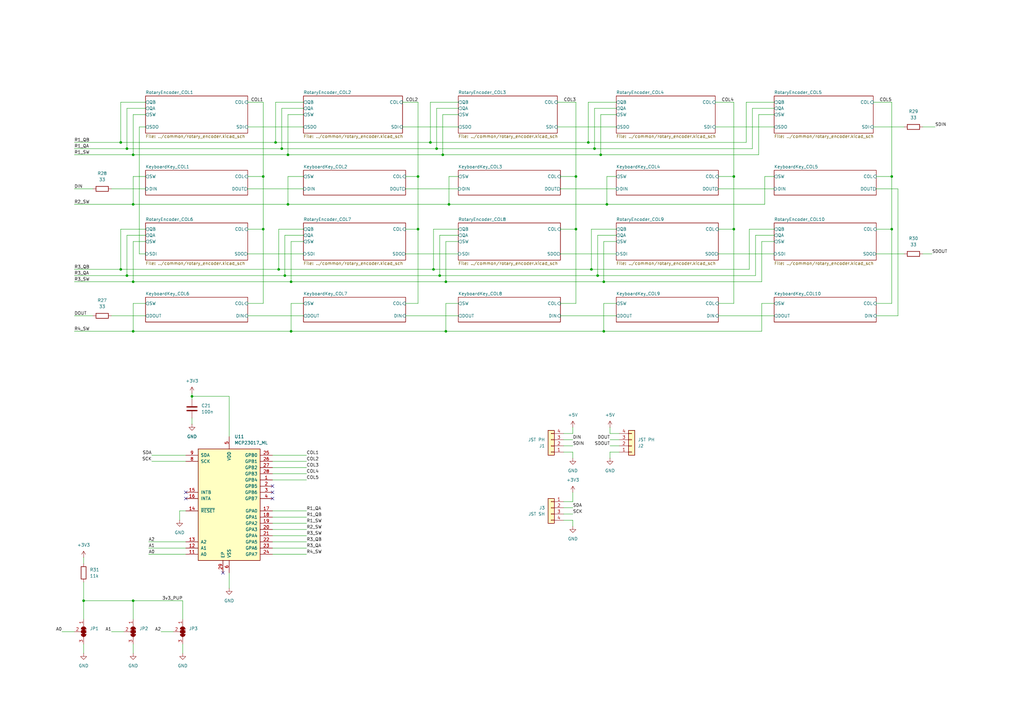
<source format=kicad_sch>
(kicad_sch (version 20231120) (generator "eeschema") (generator_version "8.0")
  (paper "A3")
  (lib_symbols
    (symbol "Connector_Generic:Conn_01x04" (pin_names (offset 1.016) hide)
      (property "Reference" "J" (at 0 5.08 0))
      (property "Value" "Conn_01x04" (at 0 -7.62 0))
      (symbol "Conn_01x04_1_1"
        (rectangle (start -1.27 -4.953) (end 0 -5.207) (stroke (width 0.1524)))
        (rectangle (start -1.27 -2.413) (end 0 -2.667) (stroke (width 0.1524)))
        (rectangle (start -1.27 0.127) (end 0 -0.127) (stroke (width 0.1524)))
        (rectangle (start -1.27 2.667) (end 0 2.413) (stroke (width 0.1524)))
        (rectangle (start -1.27 3.81) (end 1.27 -6.35) (stroke (width 0.254)) (fill (type background)))
        (pin passive line (at -5.08 2.54 0) (length 3.81) (name "Pin_1") (number "1"))
        (pin passive line (at -5.08 0 0) (length 3.81) (name "Pin_2") (number "2"))
        (pin passive line (at -5.08 -2.54 0) (length 3.81) (name "Pin_3") (number "3"))
        (pin passive line (at -5.08 -5.08 0) (length 3.81) (name "Pin_4") (number "4"))
      )
    )
    (symbol "Device:C" (pin_numbers hide) (pin_names (offset 0.254))
      (property "Reference" "C" (at 0.635 2.54 0))
      (property "Value" "C" (at 0.635 -2.54 0))
      (symbol "C_0_1"
        (polyline (pts (xy -2.032 -0.762) (xy 2.032 -0.762)) (stroke (width 0.508)))
        (polyline (pts (xy -2.032 0.762) (xy 2.032 0.762)) (stroke (width 0.508)))
      )
      (symbol "C_1_1"
        (pin passive line (at 0 3.81 270) (length 2.794) (name "~") (number "1"))
        (pin passive line (at 0 -3.81 90) (length 2.794) (name "~") (number "2"))
      )
    )
    (symbol "Device:R" (pin_numbers hide) (pin_names (offset 0))
      (property "Reference" "R" (at 2.032 0 90))
      (property "Value" "R" (at 0 0 90))
      (symbol "R_0_1"
        (rectangle (start -1.016 -2.54) (end 1.016 2.54) (stroke (width 0.254)))
      )
      (symbol "R_1_1"
        (pin passive line (at 0 3.81 270) (length 1.27) (name "~") (number "1"))
        (pin passive line (at 0 -3.81 90) (length 1.27) (name "~") (number "2"))
      )
    )
    (symbol "Interface_Expansion:MCP23017_ML" (pin_names (offset 1.016))
      (property "Reference" "U" (at -11.43 24.13 0))
      (property "Value" "MCP23017_ML" (at 0 0 0))
      (symbol "MCP23017_ML_0_1"
        (rectangle (start -12.7 22.86) (end 12.7 -22.86) (stroke (width 0.254)) (fill (type background)))
      )
      (symbol "MCP23017_ML_1_1"
        (pin bidirectional line (at 17.78 10.16 180) (length 5.08) (name "GPB4") (number "1"))
        (pin no_connect line (at -12.7 12.7 0) (length 5.08) hide (name "NC") (number "10"))
        (pin input line (at -17.78 -20.32 0) (length 5.08) (name "A0") (number "11"))
        (pin input line (at -17.78 -17.78 0) (length 5.08) (name "A1") (number "12"))
        (pin input line (at -17.78 -15.24 0) (length 5.08) (name "A2") (number "13"))
        (pin input line (at -17.78 -2.54 0) (length 5.08) (name "~{RESET}") (number "14"))
        (pin tri_state line (at -17.78 5.08 0) (length 5.08) (name "INTB") (number "15"))
        (pin tri_state line (at -17.78 2.54 0) (length 5.08) (name "INTA") (number "16"))
        (pin bidirectional line (at 17.78 -2.54 180) (length 5.08) (name "GPA0") (number "17"))
        (pin bidirectional line (at 17.78 -5.08 180) (length 5.08) (name "GPA1") (number "18"))
        (pin bidirectional line (at 17.78 -7.62 180) (length 5.08) (name "GPA2") (number "19"))
        (pin bidirectional line (at 17.78 7.62 180) (length 5.08) (name "GPB5") (number "2"))
        (pin bidirectional line (at 17.78 -10.16 180) (length 5.08) (name "GPA3") (number "20"))
        (pin bidirectional line (at 17.78 -12.7 180) (length 5.08) (name "GPA4") (number "21"))
        (pin bidirectional line (at 17.78 -15.24 180) (length 5.08) (name "GPA5") (number "22"))
        (pin bidirectional line (at 17.78 -17.78 180) (length 5.08) (name "GPA6") (number "23"))
        (pin bidirectional line (at 17.78 -20.32 180) (length 5.08) (name "GPA7") (number "24"))
        (pin bidirectional line (at 17.78 20.32 180) (length 5.08) (name "GPB0") (number "25"))
        (pin bidirectional line (at 17.78 17.78 180) (length 5.08) (name "GPB1") (number "26"))
        (pin bidirectional line (at 17.78 15.24 180) (length 5.08) (name "GPB2") (number "27"))
        (pin bidirectional line (at 17.78 12.7 180) (length 5.08) (name "GPB3") (number "28"))
        (pin passive line (at -2.54 -27.94 90) (length 5.08) (name "EP") (number "29"))
        (pin bidirectional line (at 17.78 5.08 180) (length 5.08) (name "GPB6") (number "3"))
        (pin bidirectional line (at 17.78 2.54 180) (length 5.08) (name "GPB7") (number "4"))
        (pin power_in line (at 0 27.94 270) (length 5.08) (name "VDD") (number "5"))
        (pin power_in line (at 0 -27.94 90) (length 5.08) (name "VSS") (number "6"))
        (pin no_connect line (at -12.7 15.24 0) (length 5.08) hide (name "NC") (number "7"))
        (pin input line (at -17.78 17.78 0) (length 5.08) (name "SCK") (number "8"))
        (pin bidirectional line (at -17.78 20.32 0) (length 5.08) (name "SDA") (number "9"))
      )
    )
    (symbol "Jumper:SolderJumper_3_Bridged123" (pin_names (offset 0) hide)
      (property "Reference" "JP" (at -2.54 -2.54 0))
      (property "Value" "SolderJumper_3_Bridged123" (at 0 2.794 0))
      (symbol "SolderJumper_3_Bridged123_0_1"
        (rectangle (start -1.016 0.508) (end -0.508 -0.508) (fill (type outline)))
        (arc (start -1.016 1.016) (mid -2.0276 0) (end -1.016 -1.016))
        (arc (start -1.016 1.016) (mid -2.0276 0) (end -1.016 -1.016) (fill (type outline)))
        (rectangle (start -0.508 1.016) (end 0.508 -1.016) (fill (type outline)))
        (polyline (pts (xy -2.54 0) (xy -2.032 0)))
        (polyline (pts (xy -1.016 1.016) (xy -1.016 -1.016)))
        (polyline (pts (xy 0 -1.27) (xy 0 -1.016)))
        (polyline (pts (xy 1.016 1.016) (xy 1.016 -1.016)))
        (polyline (pts (xy 2.54 0) (xy 2.032 0)))
        (rectangle (start 0.508 0.508) (end 1.016 -0.508) (fill (type outline)))
        (arc (start 1.016 -1.016) (mid 2.0276 0) (end 1.016 1.016))
        (arc (start 1.016 -1.016) (mid 2.0276 0) (end 1.016 1.016) (fill (type outline)))
      )
      (symbol "SolderJumper_3_Bridged123_1_1"
        (pin passive line (at -5.08 0 0) (length 2.54) (name "A") (number "1"))
        (pin passive line (at 0 -3.81 90) (length 2.54) (name "C") (number "2"))
        (pin passive line (at 5.08 0 180) (length 2.54) (name "B") (number "3"))
      )
    )
    (symbol "power:+3V3" (power) (pin_numbers hide) (pin_names (offset 0) hide)
      (property "Value" "+3V3" (at 0 3.556 0))
      (symbol "+3V3_0_1"
        (polyline (pts (xy -0.762 1.27) (xy 0 2.54)))
        (polyline (pts (xy 0 0) (xy 0 2.54)))
        (polyline (pts (xy 0 2.54) (xy 0.762 1.27)))
      )
      (symbol "+3V3_1_1"
        (pin power_in line (at 0 0 90) (length 0) (name "~") (number "1"))
      )
    )
    (symbol "power:+5V" (power) (pin_numbers hide) (pin_names (offset 0) hide)
      (property "Value" "+5V" (at 0 3.556 0))
      (symbol "+5V_0_1"
        (polyline (pts (xy -0.762 1.27) (xy 0 2.54)))
        (polyline (pts (xy 0 0) (xy 0 2.54)))
        (polyline (pts (xy 0 2.54) (xy 0.762 1.27)))
      )
      (symbol "+5V_1_1"
        (pin power_in line (at 0 0 90) (length 0) (name "~") (number "1"))
      )
    )
    (symbol "power:GND" (power) (pin_numbers hide) (pin_names (offset 0) hide)
      (property "Value" "GND" (at 0 -3.81 0))
      (symbol "GND_0_1"
        (polyline (pts (xy 0 0) (xy 0 -1.27) (xy 1.27 -1.27) (xy 0 -2.54) (xy -1.27 -1.27) (xy 0 -1.27)))
      )
      (symbol "GND_1_1"
        (pin power_in line (at 0 0 270) (length 0) (name "~") (number "1"))
      )
    )
  )
  (junction (at 247.65 135.89))
  (junction (at 184.15 83.82))
  (junction (at 54.61 63.5))
  (junction (at 177.8 110.49))
  (junction (at 116.84 113.03))
  (junction (at 365.76 72.39))
  (junction (at 236.22 72.39))
  (junction (at 54.61 135.89))
  (junction (at 107.95 93.98))
  (junction (at 171.45 93.98))
  (junction (at 119.38 115.57))
  (junction (at 182.88 115.57))
  (junction (at 245.11 113.03))
  (junction (at 114.3 110.49))
  (junction (at 107.95 72.39))
  (junction (at 246.38 63.5))
  (junction (at 49.53 58.42))
  (junction (at 241.3 58.42))
  (junction (at 243.84 60.96))
  (junction (at 54.61 246.38))
  (junction (at 236.22 93.98))
  (junction (at 118.11 63.5))
  (junction (at 182.88 135.89))
  (junction (at 242.57 110.49))
  (junction (at 115.57 60.96))
  (junction (at 78.74 162.56))
  (junction (at 52.07 60.96))
  (junction (at 34.29 246.38))
  (junction (at 365.76 93.98))
  (junction (at 171.45 72.39))
  (junction (at 54.61 83.82))
  (junction (at 52.07 113.03))
  (junction (at 49.53 110.49))
  (junction (at 118.11 83.82))
  (junction (at 181.61 63.5))
  (junction (at 247.65 115.57))
  (junction (at 179.07 60.96))
  (junction (at 300.99 72.39))
  (junction (at 248.92 83.82))
  (junction (at 300.99 93.98))
  (junction (at 54.61 115.57))
  (junction (at 180.34 113.03))
  (junction (at 119.38 135.89))
  (junction (at 176.53 58.42))
  (junction (at 113.03 58.42))
  (no_connect (at 111.76 201.93))
  (no_connect (at 111.76 204.47))
  (no_connect (at 111.76 199.39))
  (no_connect (at 76.2 201.93))
  (no_connect (at 91.44 234.95))
  (no_connect (at 76.2 204.47))
  (wire (pts (xy 93.98 162.56) (xy 93.98 179.07)))
  (wire (pts (xy 111.76 196.85) (xy 125.73 196.85)))
  (wire (pts (xy 34.29 264.16) (xy 34.29 267.97)))
  (wire (pts (xy 78.74 162.56) (xy 93.98 162.56)))
  (wire (pts (xy 111.76 191.77) (xy 125.73 191.77)))
  (wire (pts (xy 182.88 99.06) (xy 182.88 115.57)))
  (wire (pts (xy 252.73 46.99) (xy 246.38 46.99)))
  (wire (pts (xy 300.99 72.39) (xy 300.99 93.98)))
  (wire (pts (xy 124.46 96.52) (xy 116.84 96.52)))
  (wire (pts (xy 52.07 44.45) (xy 52.07 60.96)))
  (wire (pts (xy 49.53 110.49) (xy 114.3 110.49)))
  (wire (pts (xy 30.48 83.82) (xy 54.61 83.82)))
  (wire (pts (xy 166.37 104.14) (xy 187.96 104.14)))
  (wire (pts (xy 74.93 264.16) (xy 74.93 267.97)))
  (wire (pts (xy 52.07 60.96) (xy 115.57 60.96)))
  (wire (pts (xy 306.07 41.91) (xy 317.5 41.91)))
  (wire (pts (xy 250.19 187.96) (xy 250.19 185.42)))
  (wire (pts (xy 247.65 124.46) (xy 247.65 135.89)))
  (wire (pts (xy 54.61 72.39) (xy 54.61 83.82)))
  (wire (pts (xy 236.22 72.39) (xy 236.22 41.91)))
  (wire (pts (xy 176.53 58.42) (xy 176.53 41.91)))
  (wire (pts (xy 107.95 93.98) (xy 107.95 124.46)))
  (wire (pts (xy 176.53 58.42) (xy 241.3 58.42)))
  (wire (pts (xy 365.76 93.98) (xy 365.76 124.46)))
  (wire (pts (xy 45.72 77.47) (xy 59.69 77.47)))
  (wire (pts (xy 368.3 77.47) (xy 368.3 129.54)))
  (wire (pts (xy 236.22 93.98) (xy 229.87 93.98)))
  (wire (pts (xy 317.5 44.45) (xy 308.61 44.45)))
  (wire (pts (xy 30.48 60.96) (xy 52.07 60.96)))
  (wire (pts (xy 365.76 93.98) (xy 359.41 93.98)))
  (wire (pts (xy 115.57 44.45) (xy 115.57 60.96)))
  (wire (pts (xy 293.37 41.91) (xy 300.99 41.91)))
  (wire (pts (xy 107.95 41.91) (xy 101.6 41.91)))
  (wire (pts (xy 101.6 72.39) (xy 107.95 72.39)))
  (wire (pts (xy 171.45 72.39) (xy 171.45 93.98)))
  (wire (pts (xy 228.6 41.91) (xy 236.22 41.91)))
  (wire (pts (xy 118.11 46.99) (xy 118.11 63.5)))
  (wire (pts (xy 187.96 93.98) (xy 177.8 93.98)))
  (wire (pts (xy 245.11 113.03) (xy 309.88 113.03)))
  (wire (pts (xy 101.6 129.54) (xy 124.46 129.54)))
  (wire (pts (xy 30.48 110.49) (xy 49.53 110.49)))
  (wire (pts (xy 300.99 93.98) (xy 294.64 93.98)))
  (wire (pts (xy 54.61 115.57) (xy 119.38 115.57)))
  (wire (pts (xy 124.46 93.98) (xy 114.3 93.98)))
  (wire (pts (xy 250.19 177.8) (xy 254 177.8)))
  (wire (pts (xy 30.48 135.89) (xy 54.61 135.89)))
  (wire (pts (xy 181.61 63.5) (xy 246.38 63.5)))
  (wire (pts (xy 57.15 52.07) (xy 57.15 104.14)))
  (wire (pts (xy 113.03 41.91) (xy 124.46 41.91)))
  (wire (pts (xy 378.46 104.14) (xy 382.27 104.14)))
  (wire (pts (xy 54.61 124.46) (xy 54.61 135.89)))
  (wire (pts (xy 54.61 135.89) (xy 119.38 135.89)))
  (wire (pts (xy 242.57 110.49) (xy 307.34 110.49)))
  (wire (pts (xy 359.41 104.14) (xy 370.84 104.14)))
  (wire (pts (xy 107.95 72.39) (xy 107.95 93.98)))
  (wire (pts (xy 309.88 96.52) (xy 309.88 113.03)))
  (wire (pts (xy 124.46 44.45) (xy 115.57 44.45)))
  (wire (pts (xy 124.46 124.46) (xy 119.38 124.46)))
  (wire (pts (xy 241.3 41.91) (xy 252.73 41.91)))
  (wire (pts (xy 107.95 93.98) (xy 101.6 93.98)))
  (wire (pts (xy 59.69 124.46) (xy 54.61 124.46)))
  (wire (pts (xy 312.42 124.46) (xy 312.42 135.89)))
  (wire (pts (xy 187.96 44.45) (xy 179.07 44.45)))
  (wire (pts (xy 252.73 99.06) (xy 247.65 99.06)))
  (wire (pts (xy 166.37 129.54) (xy 187.96 129.54)))
  (wire (pts (xy 34.29 246.38) (xy 54.61 246.38)))
  (wire (pts (xy 229.87 77.47) (xy 252.73 77.47)))
  (wire (pts (xy 60.96 227.33) (xy 76.2 227.33)))
  (wire (pts (xy 187.96 124.46) (xy 182.88 124.46)))
  (wire (pts (xy 293.37 52.07) (xy 317.5 52.07)))
  (wire (pts (xy 30.48 63.5) (xy 54.61 63.5)))
  (wire (pts (xy 229.87 104.14) (xy 252.73 104.14)))
  (wire (pts (xy 119.38 135.89) (xy 182.88 135.89)))
  (wire (pts (xy 30.48 115.57) (xy 54.61 115.57)))
  (wire (pts (xy 111.76 209.55) (xy 125.73 209.55)))
  (wire (pts (xy 52.07 96.52) (xy 52.07 113.03)))
  (wire (pts (xy 365.76 72.39) (xy 365.76 41.91)))
  (wire (pts (xy 294.64 77.47) (xy 317.5 77.47)))
  (wire (pts (xy 177.8 110.49) (xy 242.57 110.49)))
  (wire (pts (xy 111.76 222.25) (xy 125.73 222.25)))
  (wire (pts (xy 76.2 189.23) (xy 62.23 189.23)))
  (wire (pts (xy 180.34 113.03) (xy 245.11 113.03)))
  (wire (pts (xy 52.07 113.03) (xy 116.84 113.03)))
  (wire (pts (xy 59.69 44.45) (xy 52.07 44.45)))
  (wire (pts (xy 308.61 44.45) (xy 308.61 60.96)))
  (wire (pts (xy 359.41 77.47) (xy 368.3 77.47)))
  (wire (pts (xy 30.48 113.03) (xy 52.07 113.03)))
  (wire (pts (xy 234.95 177.8) (xy 231.14 177.8)))
  (wire (pts (xy 358.14 41.91) (xy 365.76 41.91)))
  (wire (pts (xy 165.1 41.91) (xy 171.45 41.91)))
  (wire (pts (xy 250.19 175.26) (xy 250.19 177.8)))
  (wire (pts (xy 171.45 124.46) (xy 166.37 124.46)))
  (wire (pts (xy 365.76 72.39) (xy 365.76 93.98)))
  (wire (pts (xy 378.46 52.07) (xy 383.54 52.07)))
  (wire (pts (xy 229.87 129.54) (xy 252.73 129.54)))
  (wire (pts (xy 49.53 41.91) (xy 49.53 58.42)))
  (wire (pts (xy 313.69 72.39) (xy 317.5 72.39)))
  (wire (pts (xy 101.6 104.14) (xy 124.46 104.14)))
  (wire (pts (xy 229.87 72.39) (xy 236.22 72.39)))
  (wire (pts (xy 113.03 58.42) (xy 176.53 58.42)))
  (wire (pts (xy 59.69 41.91) (xy 49.53 41.91)))
  (wire (pts (xy 116.84 113.03) (xy 180.34 113.03)))
  (wire (pts (xy 358.14 52.07) (xy 370.84 52.07)))
  (wire (pts (xy 246.38 63.5) (xy 311.15 63.5)))
  (wire (pts (xy 368.3 129.54) (xy 359.41 129.54)))
  (wire (pts (xy 124.46 46.99) (xy 118.11 46.99)))
  (wire (pts (xy 78.74 162.56) (xy 78.74 163.83)))
  (wire (pts (xy 59.69 52.07) (xy 57.15 52.07)))
  (wire (pts (xy 312.42 99.06) (xy 312.42 115.57)))
  (wire (pts (xy 111.76 189.23) (xy 125.73 189.23)))
  (wire (pts (xy 54.61 246.38) (xy 74.93 246.38)))
  (wire (pts (xy 248.92 83.82) (xy 248.92 72.39)))
  (wire (pts (xy 359.41 72.39) (xy 365.76 72.39)))
  (wire (pts (xy 119.38 115.57) (xy 182.88 115.57)))
  (wire (pts (xy 243.84 60.96) (xy 308.61 60.96)))
  (wire (pts (xy 118.11 63.5) (xy 181.61 63.5)))
  (wire (pts (xy 176.53 41.91) (xy 187.96 41.91)))
  (wire (pts (xy 306.07 41.91) (xy 306.07 58.42)))
  (wire (pts (xy 182.88 115.57) (xy 247.65 115.57)))
  (wire (pts (xy 119.38 99.06) (xy 119.38 115.57)))
  (wire (pts (xy 231.14 205.74) (xy 234.95 205.74)))
  (wire (pts (xy 313.69 83.82) (xy 313.69 72.39)))
  (wire (pts (xy 250.19 180.34) (xy 254 180.34)))
  (wire (pts (xy 311.15 63.5) (xy 311.15 46.99)))
  (wire (pts (xy 74.93 246.38) (xy 74.93 254)))
  (wire (pts (xy 59.69 46.99) (xy 54.61 46.99)))
  (wire (pts (xy 246.38 63.5) (xy 246.38 46.99)))
  (wire (pts (xy 34.29 228.6) (xy 34.29 231.14)))
  (wire (pts (xy 247.65 135.89) (xy 312.42 135.89)))
  (wire (pts (xy 101.6 124.46) (xy 107.95 124.46)))
  (wire (pts (xy 181.61 63.5) (xy 181.61 46.99)))
  (wire (pts (xy 30.48 77.47) (xy 38.1 77.47)))
  (wire (pts (xy 234.95 175.26) (xy 234.95 177.8)))
  (wire (pts (xy 184.15 72.39) (xy 187.96 72.39)))
  (wire (pts (xy 111.76 212.09) (xy 125.73 212.09)))
  (wire (pts (xy 93.98 234.95) (xy 93.98 241.3)))
  (wire (pts (xy 242.57 93.98) (xy 242.57 110.49)))
  (wire (pts (xy 252.73 44.45) (xy 243.84 44.45)))
  (wire (pts (xy 236.22 72.39) (xy 236.22 93.98)))
  (wire (pts (xy 45.72 259.08) (xy 50.8 259.08)))
  (wire (pts (xy 294.64 72.39) (xy 300.99 72.39)))
  (wire (pts (xy 317.5 46.99) (xy 311.15 46.99)))
  (wire (pts (xy 59.69 72.39) (xy 54.61 72.39)))
  (wire (pts (xy 60.96 222.25) (xy 76.2 222.25)))
  (wire (pts (xy 179.07 60.96) (xy 243.84 60.96)))
  (wire (pts (xy 177.8 93.98) (xy 177.8 110.49)))
  (wire (pts (xy 228.6 52.07) (xy 252.73 52.07)))
  (wire (pts (xy 124.46 72.39) (xy 118.11 72.39)))
  (wire (pts (xy 184.15 83.82) (xy 184.15 72.39)))
  (wire (pts (xy 111.76 217.17) (xy 125.73 217.17)))
  (wire (pts (xy 111.76 224.79) (xy 125.73 224.79)))
  (wire (pts (xy 365.76 124.46) (xy 359.41 124.46)))
  (wire (pts (xy 317.5 93.98) (xy 307.34 93.98)))
  (wire (pts (xy 171.45 93.98) (xy 166.37 93.98)))
  (wire (pts (xy 60.96 224.79) (xy 76.2 224.79)))
  (wire (pts (xy 34.29 246.38) (xy 34.29 254)))
  (wire (pts (xy 300.99 72.39) (xy 300.99 41.91)))
  (wire (pts (xy 49.53 93.98) (xy 49.53 110.49)))
  (wire (pts (xy 49.53 58.42) (xy 113.03 58.42)))
  (wire (pts (xy 124.46 99.06) (xy 119.38 99.06)))
  (wire (pts (xy 111.76 194.31) (xy 125.73 194.31)))
  (wire (pts (xy 118.11 83.82) (xy 184.15 83.82)))
  (wire (pts (xy 317.5 124.46) (xy 312.42 124.46)))
  (wire (pts (xy 54.61 99.06) (xy 54.61 115.57)))
  (wire (pts (xy 118.11 83.82) (xy 54.61 83.82)))
  (wire (pts (xy 294.64 129.54) (xy 317.5 129.54)))
  (wire (pts (xy 171.45 72.39) (xy 171.45 41.91)))
  (wire (pts (xy 234.95 180.34) (xy 231.14 180.34)))
  (wire (pts (xy 236.22 93.98) (xy 236.22 124.46)))
  (wire (pts (xy 111.76 219.71) (xy 125.73 219.71)))
  (wire (pts (xy 101.6 77.47) (xy 124.46 77.47)))
  (wire (pts (xy 252.73 93.98) (xy 242.57 93.98)))
  (wire (pts (xy 179.07 60.96) (xy 115.57 60.96)))
  (wire (pts (xy 59.69 93.98) (xy 49.53 93.98)))
  (wire (pts (xy 171.45 93.98) (xy 171.45 124.46)))
  (wire (pts (xy 111.76 227.33) (xy 125.73 227.33)))
  (wire (pts (xy 243.84 44.45) (xy 243.84 60.96)))
  (wire (pts (xy 294.64 104.14) (xy 317.5 104.14)))
  (wire (pts (xy 300.99 93.98) (xy 300.99 124.46)))
  (wire (pts (xy 30.48 129.54) (xy 38.1 129.54)))
  (wire (pts (xy 300.99 124.46) (xy 294.64 124.46)))
  (wire (pts (xy 59.69 96.52) (xy 52.07 96.52)))
  (wire (pts (xy 317.5 96.52) (xy 309.88 96.52)))
  (wire (pts (xy 66.04 259.08) (xy 71.12 259.08)))
  (wire (pts (xy 248.92 72.39) (xy 252.73 72.39)))
  (wire (pts (xy 114.3 93.98) (xy 114.3 110.49)))
  (wire (pts (xy 166.37 77.47) (xy 187.96 77.47)))
  (wire (pts (xy 182.88 124.46) (xy 182.88 135.89)))
  (wire (pts (xy 78.74 161.29) (xy 78.74 162.56)))
  (wire (pts (xy 187.96 46.99) (xy 181.61 46.99)))
  (wire (pts (xy 247.65 115.57) (xy 312.42 115.57)))
  (wire (pts (xy 113.03 58.42) (xy 113.03 41.91)))
  (wire (pts (xy 252.73 124.46) (xy 247.65 124.46)))
  (wire (pts (xy 317.5 99.06) (xy 312.42 99.06)))
  (wire (pts (xy 107.95 72.39) (xy 107.95 41.91)))
  (wire (pts (xy 73.66 213.36) (xy 73.66 209.55)))
  (wire (pts (xy 73.66 209.55) (xy 76.2 209.55)))
  (wire (pts (xy 180.34 96.52) (xy 180.34 113.03)))
  (wire (pts (xy 34.29 238.76) (xy 34.29 246.38)))
  (wire (pts (xy 179.07 44.45) (xy 179.07 60.96)))
  (wire (pts (xy 165.1 52.07) (xy 187.96 52.07)))
  (wire (pts (xy 119.38 124.46) (xy 119.38 135.89)))
  (wire (pts (xy 57.15 104.14) (xy 59.69 104.14)))
  (wire (pts (xy 234.95 205.74) (xy 234.95 201.93)))
  (wire (pts (xy 187.96 96.52) (xy 180.34 96.52)))
  (wire (pts (xy 54.61 246.38) (xy 54.61 254)))
  (wire (pts (xy 252.73 96.52) (xy 245.11 96.52)))
  (wire (pts (xy 111.76 214.63) (xy 125.73 214.63)))
  (wire (pts (xy 54.61 46.99) (xy 54.61 63.5)))
  (wire (pts (xy 234.95 187.96) (xy 234.95 185.42)))
  (wire (pts (xy 184.15 83.82) (xy 248.92 83.82)))
  (wire (pts (xy 231.14 208.28) (xy 234.95 208.28)))
  (wire (pts (xy 234.95 213.36) (xy 231.14 213.36)))
  (wire (pts (xy 248.92 83.82) (xy 313.69 83.82)))
  (wire (pts (xy 78.74 171.45) (xy 78.74 173.99)))
  (wire (pts (xy 231.14 210.82) (xy 234.95 210.82)))
  (wire (pts (xy 236.22 124.46) (xy 229.87 124.46)))
  (wire (pts (xy 76.2 186.69) (xy 62.23 186.69)))
  (wire (pts (xy 30.48 58.42) (xy 49.53 58.42)))
  (wire (pts (xy 250.19 182.88) (xy 254 182.88)))
  (wire (pts (xy 187.96 99.06) (xy 182.88 99.06)))
  (wire (pts (xy 59.69 99.06) (xy 54.61 99.06)))
  (wire (pts (xy 111.76 186.69) (xy 125.73 186.69)))
  (wire (pts (xy 241.3 58.42) (xy 241.3 41.91)))
  (wire (pts (xy 25.4 259.08) (xy 30.48 259.08)))
  (wire (pts (xy 118.11 72.39) (xy 118.11 83.82)))
  (wire (pts (xy 250.19 185.42) (xy 254 185.42)))
  (wire (pts (xy 241.3 58.42) (xy 306.07 58.42)))
  (wire (pts (xy 234.95 215.9) (xy 234.95 213.36)))
  (wire (pts (xy 54.61 63.5) (xy 118.11 63.5)))
  (wire (pts (xy 234.95 182.88) (xy 231.14 182.88)))
  (wire (pts (xy 234.95 185.42) (xy 231.14 185.42)))
  (wire (pts (xy 45.72 129.54) (xy 59.69 129.54)))
  (wire (pts (xy 247.65 99.06) (xy 247.65 115.57)))
  (wire (pts (xy 166.37 72.39) (xy 171.45 72.39)))
  (wire (pts (xy 307.34 93.98) (xy 307.34 110.49)))
  (wire (pts (xy 182.88 135.89) (xy 247.65 135.89)))
  (wire (pts (xy 101.6 52.07) (xy 124.46 52.07)))
  (wire (pts (xy 116.84 96.52) (xy 116.84 113.03)))
  (wire (pts (xy 114.3 110.49) (xy 177.8 110.49)))
  (wire (pts (xy 245.11 96.52) (xy 245.11 113.03)))
  (wire (pts (xy 54.61 264.16) (xy 54.61 267.97)))
  (label "R1_QB" (at 125.73 212.09 0))
  (label "A1" (at 45.72 259.08 180))
  (label "R1_QA" (at 125.73 209.55 0))
  (label "R1_QB" (at 30.48 58.42 0))
  (label "COL5" (at 365.76 41.91 180))
  (label "R4_SW" (at 125.73 227.33 0))
  (label "R3_SW" (at 30.48 115.57 0))
  (label "A2" (at 66.04 259.08 180))
  (label "R3_QA" (at 125.73 224.79 0))
  (label "R2_SW" (at 30.48 83.82 0))
  (label "R1_SW" (at 125.73 214.63 0))
  (label "COL1" (at 107.95 41.91 180))
  (label "R2_SW" (at 125.73 217.17 0))
  (label "SDA" (at 234.95 208.28 0))
  (label "A0" (at 25.4 259.08 180))
  (label "COL1" (at 125.73 186.69 0))
  (label "COL4" (at 125.73 194.31 0))
  (label "R3_QA" (at 30.48 113.03 0))
  (label "SCK" (at 62.23 189.23 180))
  (label "COL2" (at 171.45 41.91 180))
  (label "COL3" (at 236.22 41.91 180))
  (label "3v3_PUP" (at 74.93 246.38 180))
  (label "DIN" (at 234.95 180.34 0))
  (label "SDIN" (at 383.54 52.07 0))
  (label "DIN" (at 30.48 77.47 0))
  (label "SDA" (at 62.23 186.69 180))
  (label "COL2" (at 125.73 189.23 0))
  (label "R3_QB" (at 30.48 110.49 0))
  (label "COL3" (at 125.73 191.77 0))
  (label "R1_SW" (at 30.48 63.5 0))
  (label "SCK" (at 234.95 210.82 0))
  (label "A0" (at 60.96 227.33 0))
  (label "A1" (at 60.96 224.79 0))
  (label "COL5" (at 125.73 196.85 0))
  (label "SDOUT" (at 250.19 182.88 180))
  (label "A2" (at 60.96 222.25 0))
  (label "R3_SW" (at 125.73 219.71 0))
  (label "COL4" (at 300.99 41.91 180))
  (label "DOUT" (at 30.48 129.54 0))
  (label "R4_SW" (at 30.48 135.89 0))
  (label "SDOUT" (at 382.27 104.14 0))
  (label "SDIN" (at 234.95 182.88 0))
  (label "DOUT" (at 250.19 180.34 180))
  (label "R3_QB" (at 125.73 222.25 0))
  (label "R1_QA" (at 30.48 60.96 0))
  (symbol (lib_id "Interface_Expansion:MCP23017_ML") (at 93.98 207.01 0) (unit 1)
    (property "Reference" "U11" (at 96.1741 179.07 0) (effects (justify left)))
    (property "Value" "MCP23017_ML" (at 96.1741 181.61 0) (effects (justify left)))
    (property "Footprint" "Package_DFN_QFN:QFN-28-1EP_6x6mm_P0.65mm_EP4.25x4.25mm" (effects (hide yes)))
    (property "Datasheet" "http://ww1.microchip.com/downloads/en/DeviceDoc/20001952C.pdf" (effects (hide yes)))
    (property "Description" "16-bit I/O expander, I2C, interrupts, w pull-ups, QFN-28" (effects (hide yes)))
  )
  (symbol (lib_id "power:+3V3") (at 78.74 161.29 0) (unit 1)
    (property "Reference" "#PWR0102" (effects (hide yes)))
    (property "Value" "+3V3" (at 78.74 156.21 0))
    (property "Description" "Power symbol creates a global label with name \"+3V3\"" (effects (hide yes)))
  )
  (symbol (lib_id "Device:R") (at 41.91 77.47 90) (unit 1)
    (property "Reference" "R28" (at 41.91 71.12 90))
    (property "Value" "33" (at 41.91 73.66 90))
    (property "Footprint" "Resistor_SMD:R_0603_1608Metric" (effects (hide yes)))
    (property "Description" "Resistor" (effects (hide yes)))
  )
  (symbol (lib_id "power:+3V3") (at 34.29 228.6 0) (unit 1)
    (property "Reference" "#PWR07" (effects (hide yes)))
    (property "Value" "+3V3" (at 34.29 223.52 0))
    (property "Description" "Power symbol creates a global label with name \"+3V3\"" (effects (hide yes)))
  )
  (symbol (lib_id "Jumper:SolderJumper_3_Bridged123") (at 74.93 259.08 270) (unit 1)
    (property "Reference" "JP3" (at 77.47 257.8099 90) (effects (justify left)))
    (property "Footprint" "Jumper:SolderJumper-3_P2.0mm_Open_TrianglePad1.0x1.5mm" (effects (hide yes)))
    (property "Description" "Solder Jumper, 3-pole, pins 1+2+3 closed/bridged" (effects (hide yes)))
  )
  (symbol (lib_id "Connector_Generic:Conn_01x04") (at 259.08 182.88 0) (mirror x) (unit 1)
    (property "Reference" "J2" (at 261.62 182.8801 0) (effects (justify left)))
    (property "Value" "JST PH" (at 261.62 180.3401 0) (effects (justify left)))
    (property "Footprint" "woodpecker:JST_PH_S4B-PH-SM4-TB_1x04-1MP_P2.00mm_Horizontal" (effects (hide yes)))
    (property "Description" "Generic connector, single row, 01x04, script generated (kicad-library-utils/schlib/autogen/connector/)" (effects (hide yes)))
  )
  (symbol (lib_id "power:GND") (at 93.98 241.3 0) (unit 1)
    (property "Reference" "#PWR0104" (effects (hide yes)))
    (property "Value" "GND" (at 93.98 246.38 0))
    (property "Description" "Power symbol creates a global label with name \"GND\" , ground" (effects (hide yes)))
  )
  (symbol (lib_id "Jumper:SolderJumper_3_Bridged123") (at 34.29 259.08 270) (unit 1)
    (property "Reference" "JP1" (at 36.83 257.8099 90) (effects (justify left)))
    (property "Footprint" "Jumper:SolderJumper-3_P2.0mm_Open_TrianglePad1.0x1.5mm" (effects (hide yes)))
    (property "Description" "Solder Jumper, 3-pole, pins 1+2+3 closed/bridged" (effects (hide yes)))
  )
  (symbol (lib_id "Device:C") (at 78.74 167.64 0) (unit 1)
    (property "Reference" "C21" (at 82.55 166.3699 0) (effects (justify left)))
    (property "Value" "100n" (at 82.55 168.9099 0) (effects (justify left)))
    (property "Footprint" "Capacitor_SMD:C_0603_1608Metric" (effects (hide yes)))
    (property "Description" "Unpolarized capacitor" (effects (hide yes)))
  )
  (symbol (lib_id "power:GND") (at 250.19 187.96 0) (unit 1)
    (property "Reference" "#PWR094" (effects (hide yes)))
    (property "Value" "GND" (at 250.19 193.04 0))
    (property "Description" "Power symbol creates a global label with name \"GND\" , ground" (effects (hide yes)))
  )
  (symbol (lib_id "Connector_Generic:Conn_01x04") (at 226.06 182.88 180) (unit 1)
    (property "Reference" "J1" (at 223.52 182.8801 0) (effects (justify left)))
    (property "Value" "JST PH" (at 223.52 180.3401 0) (effects (justify left)))
    (property "Footprint" "woodpecker:JST_PH_S4B-PH-SM4-TB_1x04-1MP_P2.00mm_Horizontal" (effects (hide yes)))
    (property "Description" "Generic connector, single row, 01x04, script generated (kicad-library-utils/schlib/autogen/connector/)" (effects (hide yes)))
  )
  (symbol (lib_id "Connector_Generic:Conn_01x04") (at 226.06 208.28 0) (mirror y) (unit 1)
    (property "Reference" "J3" (at 223.52 208.2799 0) (effects (justify left)))
    (property "Value" "JST SH" (at 223.52 210.8199 0) (effects (justify left)))
    (property "Footprint" "woodpecker:JST_SH_BM04B-SRSS-TB_1x04-1MP_P1.00mm_Vertical" (effects (hide yes)))
    (property "Description" "Generic connector, single row, 01x04, script generated (kicad-library-utils/schlib/autogen/connector/)" (effects (hide yes)))
  )
  (symbol (lib_id "Device:R") (at 374.65 52.07 90) (unit 1)
    (property "Reference" "R29" (at 374.65 45.72 90))
    (property "Value" "33" (at 374.65 48.26 90))
    (property "Footprint" "Resistor_SMD:R_0603_1608Metric" (effects (hide yes)))
    (property "Description" "Resistor" (effects (hide yes)))
  )
  (symbol (lib_id "Device:R") (at 34.29 234.95 0) (unit 1)
    (property "Reference" "R31" (at 36.83 233.6799 0) (effects (justify left)))
    (property "Value" "11k" (at 36.83 236.2199 0) (effects (justify left)))
    (property "Footprint" "Resistor_SMD:R_0603_1608Metric" (effects (hide yes)))
    (property "Description" "Resistor" (effects (hide yes)))
  )
  (symbol (lib_id "power:GND") (at 73.66 213.36 0) (unit 1)
    (property "Reference" "#PWR0101" (effects (hide yes)))
    (property "Value" "GND" (at 73.66 218.44 0))
    (property "Description" "Power symbol creates a global label with name \"GND\" , ground" (effects (hide yes)))
  )
  (symbol (lib_id "power:GND") (at 78.74 173.99 0) (unit 1)
    (property "Reference" "#PWR0103" (effects (hide yes)))
    (property "Value" "GND" (at 78.74 179.07 0))
    (property "Description" "Power symbol creates a global label with name \"GND\" , ground" (effects (hide yes)))
  )
  (symbol (lib_id "Device:R") (at 374.65 104.14 90) (unit 1)
    (property "Reference" "R30" (at 374.65 97.79 90))
    (property "Value" "33" (at 374.65 100.33 90))
    (property "Footprint" "Resistor_SMD:R_0603_1608Metric" (effects (hide yes)))
    (property "Description" "Resistor" (effects (hide yes)))
  )
  (symbol (lib_id "power:+3V3") (at 234.95 201.93 0) (unit 1)
    (property "Reference" "#PWR0106" (effects (hide yes)))
    (property "Value" "+3V3" (at 234.95 196.85 0))
    (property "Description" "Power symbol creates a global label with name \"+3V3\"" (effects (hide yes)))
  )
  (symbol (lib_id "power:+5V") (at 250.19 175.26 0) (unit 1)
    (property "Reference" "#PWR093" (effects (hide yes)))
    (property "Value" "+5V" (at 250.19 170.18 0))
    (property "Description" "Power symbol creates a global label with name \"+5V\"" (effects (hide yes)))
  )
  (symbol (lib_id "Device:R") (at 41.91 129.54 90) (unit 1)
    (property "Reference" "R27" (at 41.91 123.19 90))
    (property "Value" "33" (at 41.91 125.73 90))
    (property "Footprint" "Resistor_SMD:R_0603_1608Metric" (effects (hide yes)))
    (property "Description" "Resistor" (effects (hide yes)))
  )
  (symbol (lib_id "power:+5V") (at 234.95 175.26 0) (mirror y) (unit 1)
    (property "Reference" "#PWR091" (effects (hide yes)))
    (property "Value" "+5V" (at 234.95 170.18 0))
    (property "Description" "Power symbol creates a global label with name \"+5V\"" (effects (hide yes)))
  )
  (symbol (lib_id "power:GND") (at 34.29 267.97 0) (unit 1)
    (property "Reference" "#PWR08" (effects (hide yes)))
    (property "Value" "GND" (at 34.29 273.05 0))
    (property "Description" "Power symbol creates a global label with name \"GND\" , ground" (effects (hide yes)))
  )
  (symbol (lib_id "power:GND") (at 54.61 267.97 0) (unit 1)
    (property "Reference" "#PWR09" (effects (hide yes)))
    (property "Value" "GND" (at 54.61 273.05 0))
    (property "Description" "Power symbol creates a global label with name \"GND\" , ground" (effects (hide yes)))
  )
  (symbol (lib_id "power:GND") (at 234.95 187.96 0) (mirror y) (unit 1)
    (property "Reference" "#PWR092" (effects (hide yes)))
    (property "Value" "GND" (at 234.95 193.04 0))
    (property "Description" "Power symbol creates a global label with name \"GND\" , ground" (effects (hide yes)))
  )
  (symbol (lib_id "Jumper:SolderJumper_3_Bridged123") (at 54.61 259.08 270) (unit 1)
    (property "Reference" "JP2" (at 57.15 257.8099 90) (effects (justify left)))
    (property "Footprint" "Jumper:SolderJumper-3_P2.0mm_Open_TrianglePad1.0x1.5mm" (effects (hide yes)))
    (property "Description" "Solder Jumper, 3-pole, pins 1+2+3 closed/bridged" (effects (hide yes)))
  )
  (symbol (lib_id "power:GND") (at 234.95 215.9 0) (mirror y) (unit 1)
    (property "Reference" "#PWR0105" (effects (hide yes)))
    (property "Value" "GND" (at 234.95 220.98 0))
    (property "Description" "Power symbol creates a global label with name \"GND\" , ground" (effects (hide yes)))
  )
  (symbol (lib_id "power:GND") (at 74.93 267.97 0) (unit 1)
    (property "Reference" "#PWR016" (effects (hide yes)))
    (property "Value" "GND" (at 74.93 273.05 0))
    (property "Description" "Power symbol creates a global label with name \"GND\" , ground" (effects (hide yes)))
  )
  (sheet (at 124.46 69.85) (size 41.91 10.16) (stroke (width 0.1524))
    (property "Sheetname" "KeyboardKey_COL2" (at 124.46 69.1384 0) (effects (justify left bottom)))
    (property "Sheetfile" "../common/keyboard_key.kicad_sch" (effects (hide yes)))
    (pin "DIN" input (at 124.46 77.47 180))
    (pin "SW" output (at 124.46 72.39 180))
    (pin "COL" input (at 166.37 72.39 0))
    (pin "DOUT" output (at 166.37 77.47 0))
  )
  (sheet (at 59.69 91.44) (size 41.91 15.24) (stroke (width 0.1524))
    (property "Sheetname" "RotaryEncoder_COL6" (at 59.69 90.7284 0) (effects (justify left bottom)))
    (property "Sheetfile" "../common/rotary_encoder.kicad_sch" (at 59.69 107.2646 0) (effects (justify left top)))
    (pin "SW" output (at 59.69 99.06 180))
    (pin "COL" input (at 101.6 93.98 0))
    (pin "SDI" input (at 59.69 104.14 180))
    (pin "SDO" output (at 101.6 104.14 0))
    (pin "QA" output (at 59.69 96.52 180))
    (pin "QB" output (at 59.69 93.98 180))
  )
  (sheet (at 124.46 91.44) (size 41.91 15.24) (stroke (width 0.1524))
    (property "Sheetname" "RotaryEncoder_COL7" (at 124.46 90.7284 0) (effects (justify left bottom)))
    (property "Sheetfile" "../common/rotary_encoder.kicad_sch" (at 124.46 107.2646 0) (effects (justify left top)))
    (pin "SW" output (at 124.46 99.06 180))
    (pin "COL" input (at 166.37 93.98 0))
    (pin "SDI" input (at 124.46 104.14 180))
    (pin "SDO" output (at 166.37 104.14 0))
    (pin "QA" output (at 124.46 96.52 180))
    (pin "QB" output (at 124.46 93.98 180))
  )
  (sheet (at 59.69 39.37) (size 41.91 15.24) (stroke (width 0.1524))
    (property "Sheetname" "RotaryEncoder_COL1" (at 59.69 38.6584 0) (effects (justify left bottom)))
    (property "Sheetfile" "../common/rotary_encoder.kicad_sch" (at 59.69 55.1946 0) (effects (justify left top)))
    (pin "SW" output (at 59.69 46.99 180))
    (pin "COL" input (at 101.6 41.91 0))
    (pin "SDI" input (at 101.6 52.07 0))
    (pin "SDO" output (at 59.69 52.07 180))
    (pin "QA" output (at 59.69 44.45 180))
    (pin "QB" output (at 59.69 41.91 180))
  )
  (sheet (at 187.96 39.37) (size 40.64 15.24) (stroke (width 0.1524))
    (property "Sheetname" "RotaryEncoder_COL3" (at 187.96 38.6584 0) (effects (justify left bottom)))
    (property "Sheetfile" "../common/rotary_encoder.kicad_sch" (at 187.96 55.1946 0) (effects (justify left top)))
    (pin "SW" output (at 187.96 46.99 180))
    (pin "COL" input (at 228.6 41.91 0))
    (pin "SDI" input (at 228.6 52.07 0))
    (pin "SDO" output (at 187.96 52.07 180))
    (pin "QA" output (at 187.96 44.45 180))
    (pin "QB" output (at 187.96 41.91 180))
  )
  (sheet (at 317.5 121.92) (size 41.91 10.16) (stroke (width 0.1524))
    (property "Sheetname" "KeyboardKey_COL10" (at 317.5 121.2084 0) (effects (justify left bottom)))
    (property "Sheetfile" "../common/keyboard_key.kicad_sch" (effects (hide yes)))
    (pin "DIN" input (at 359.41 129.54 0))
    (pin "SW" output (at 317.5 124.46 180))
    (pin "COL" input (at 359.41 124.46 0))
    (pin "DOUT" output (at 317.5 129.54 180))
  )
  (sheet (at 252.73 121.92) (size 41.91 10.16) (stroke (width 0.1524))
    (property "Sheetname" "KeyboardKey_COL9" (at 252.73 121.2084 0) (effects (justify left bottom)))
    (property "Sheetfile" "../common/keyboard_key.kicad_sch" (effects (hide yes)))
    (pin "DIN" input (at 294.64 129.54 0))
    (pin "SW" output (at 252.73 124.46 180))
    (pin "COL" input (at 294.64 124.46 0))
    (pin "DOUT" output (at 252.73 129.54 180))
  )
  (sheet (at 317.5 39.37) (size 40.64 15.24) (stroke (width 0.1524))
    (property "Sheetname" "RotaryEncoder_COL5" (at 317.5 38.6584 0) (effects (justify left bottom)))
    (property "Sheetfile" "../common/rotary_encoder.kicad_sch" (at 317.5 55.1946 0) (effects (justify left top)))
    (pin "SW" output (at 317.5 46.99 180))
    (pin "COL" input (at 358.14 41.91 0))
    (pin "SDI" input (at 358.14 52.07 0))
    (pin "SDO" output (at 317.5 52.07 180))
    (pin "QA" output (at 317.5 44.45 180))
    (pin "QB" output (at 317.5 41.91 180))
  )
  (sheet (at 59.69 69.85) (size 41.91 10.16) (stroke (width 0.1524))
    (property "Sheetname" "KeyboardKey_COL1" (at 59.69 69.1384 0) (effects (justify left bottom)))
    (property "Sheetfile" "../common/keyboard_key.kicad_sch" (effects (hide yes)))
    (pin "DIN" input (at 59.69 77.47 180))
    (pin "SW" output (at 59.69 72.39 180))
    (pin "COL" input (at 101.6 72.39 0))
    (pin "DOUT" output (at 101.6 77.47 0))
  )
  (sheet (at 124.46 121.92) (size 41.91 10.16) (stroke (width 0.1524))
    (property "Sheetname" "KeyboardKey_COL7" (at 124.46 121.2084 0) (effects (justify left bottom)))
    (property "Sheetfile" "../common/keyboard_key.kicad_sch" (effects (hide yes)))
    (pin "DIN" input (at 166.37 129.54 0))
    (pin "SW" output (at 124.46 124.46 180))
    (pin "COL" input (at 166.37 124.46 0))
    (pin "DOUT" output (at 124.46 129.54 180))
  )
  (sheet (at 317.5 91.44) (size 41.91 15.24) (stroke (width 0.1524))
    (property "Sheetname" "RotaryEncoder_COL10" (at 317.5 90.7284 0) (effects (justify left bottom)))
    (property "Sheetfile" "../common/rotary_encoder.kicad_sch" (at 317.5 107.2646 0) (effects (justify left top)))
    (pin "SW" output (at 317.5 99.06 180))
    (pin "COL" input (at 359.41 93.98 0))
    (pin "SDI" input (at 317.5 104.14 180))
    (pin "SDO" output (at 359.41 104.14 0))
    (pin "QA" output (at 317.5 96.52 180))
    (pin "QB" output (at 317.5 93.98 180))
  )
  (sheet (at 317.5 69.85) (size 41.91 10.16) (stroke (width 0.1524))
    (property "Sheetname" "KeyboardKey_COL5" (at 317.5 69.1384 0) (effects (justify left bottom)))
    (property "Sheetfile" "../common/keyboard_key.kicad_sch" (effects (hide yes)))
    (pin "DIN" input (at 317.5 77.47 180))
    (pin "SW" output (at 317.5 72.39 180))
    (pin "COL" input (at 359.41 72.39 0))
    (pin "DOUT" output (at 359.41 77.47 0))
  )
  (sheet (at 187.96 121.92) (size 41.91 10.16) (stroke (width 0.1524))
    (property "Sheetname" "KeyboardKey_COL8" (at 187.96 121.2084 0) (effects (justify left bottom)))
    (property "Sheetfile" "../common/keyboard_key.kicad_sch" (effects (hide yes)))
    (pin "DIN" input (at 229.87 129.54 0))
    (pin "SW" output (at 187.96 124.46 180))
    (pin "COL" input (at 229.87 124.46 0))
    (pin "DOUT" output (at 187.96 129.54 180))
  )
  (sheet (at 59.69 121.92) (size 41.91 10.16) (stroke (width 0.1524))
    (property "Sheetname" "KeyboardKey_COL6" (at 59.69 121.2084 0) (effects (justify left bottom)))
    (property "Sheetfile" "../common/keyboard_key.kicad_sch" (effects (hide yes)))
    (pin "DIN" input (at 101.6 129.54 0))
    (pin "SW" output (at 59.69 124.46 180))
    (pin "COL" input (at 101.6 124.46 0))
    (pin "DOUT" output (at 59.69 129.54 180))
  )
  (sheet (at 252.73 69.85) (size 41.91 10.16) (stroke (width 0.1524))
    (property "Sheetname" "KeyboardKey_COL4" (at 252.73 69.1384 0) (effects (justify left bottom)))
    (property "Sheetfile" "../common/keyboard_key.kicad_sch" (effects (hide yes)))
    (pin "DIN" input (at 252.73 77.47 180))
    (pin "SW" output (at 252.73 72.39 180))
    (pin "COL" input (at 294.64 72.39 0))
    (pin "DOUT" output (at 294.64 77.47 0))
  )
  (sheet (at 252.73 39.37) (size 40.64 15.24) (stroke (width 0.1524))
    (property "Sheetname" "RotaryEncoder_COL4" (at 252.73 38.6584 0) (effects (justify left bottom)))
    (property "Sheetfile" "../common/rotary_encoder.kicad_sch" (at 252.73 55.1946 0) (effects (justify left top)))
    (pin "SW" output (at 252.73 46.99 180))
    (pin "COL" input (at 293.37 41.91 0))
    (pin "SDI" input (at 293.37 52.07 0))
    (pin "SDO" output (at 252.73 52.07 180))
    (pin "QA" output (at 252.73 44.45 180))
    (pin "QB" output (at 252.73 41.91 180))
  )
  (sheet (at 252.73 91.44) (size 41.91 15.24) (stroke (width 0.1524))
    (property "Sheetname" "RotaryEncoder_COL9" (at 252.73 90.7284 0) (effects (justify left bottom)))
    (property "Sheetfile" "../common/rotary_encoder.kicad_sch" (at 252.73 107.2646 0) (effects (justify left top)))
    (pin "SW" output (at 252.73 99.06 180))
    (pin "COL" input (at 294.64 93.98 0))
    (pin "SDI" input (at 252.73 104.14 180))
    (pin "SDO" output (at 294.64 104.14 0))
    (pin "QA" output (at 252.73 96.52 180))
    (pin "QB" output (at 252.73 93.98 180))
  )
  (sheet (at 187.96 69.85) (size 41.91 10.16) (stroke (width 0.1524))
    (property "Sheetname" "KeyboardKey_COL3" (at 187.96 69.1384 0) (effects (justify left bottom)))
    (property "Sheetfile" "../common/keyboard_key.kicad_sch" (effects (hide yes)))
    (pin "DIN" input (at 187.96 77.47 180))
    (pin "SW" output (at 187.96 72.39 180))
    (pin "COL" input (at 229.87 72.39 0))
    (pin "DOUT" output (at 229.87 77.47 0))
  )
  (sheet (at 124.46 39.37) (size 40.64 15.24) (stroke (width 0.1524))
    (property "Sheetname" "RotaryEncoder_COL2" (at 124.46 38.6584 0) (effects (justify left bottom)))
    (property "Sheetfile" "../common/rotary_encoder.kicad_sch" (at 124.46 55.1946 0) (effects (justify left top)))
    (pin "SW" output (at 124.46 46.99 180))
    (pin "COL" input (at 165.1 41.91 0))
    (pin "SDI" input (at 165.1 52.07 0))
    (pin "SDO" output (at 124.46 52.07 180))
    (pin "QA" output (at 124.46 44.45 180))
    (pin "QB" output (at 124.46 41.91 180))
  )
  (sheet (at 187.96 91.44) (size 41.91 15.24) (stroke (width 0.1524))
    (property "Sheetname" "RotaryEncoder_COL8" (at 187.96 90.7284 0) (effects (justify left bottom)))
    (property "Sheetfile" "../common/rotary_encoder.kicad_sch" (at 187.96 107.2646 0) (effects (justify left top)))
    (pin "SW" output (at 187.96 99.06 180))
    (pin "COL" input (at 229.87 93.98 0))
    (pin "SDI" input (at 187.96 104.14 180))
    (pin "SDO" output (at 229.87 104.14 0))
    (pin "QA" output (at 187.96 96.52 180))
    (pin "QB" output (at 187.96 93.98 180))
  )
)
</source>
